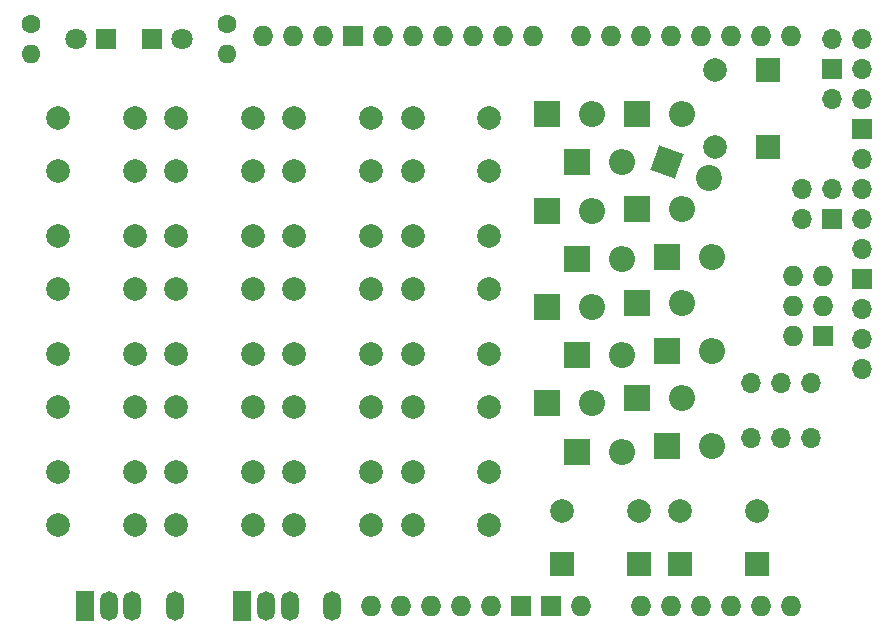
<source format=gbr>
%TF.GenerationSoftware,KiCad,Pcbnew,7.0.2-0*%
%TF.CreationDate,2023-05-27T13:50:39-05:00*%
%TF.ProjectId,CowPi-Shield,436f7750-692d-4536-9869-656c642e6b69,mk3b*%
%TF.SameCoordinates,Original*%
%TF.FileFunction,Soldermask,Top*%
%TF.FilePolarity,Negative*%
%FSLAX46Y46*%
G04 Gerber Fmt 4.6, Leading zero omitted, Abs format (unit mm)*
G04 Created by KiCad (PCBNEW 7.0.2-0) date 2023-05-27 13:50:39*
%MOMM*%
%LPD*%
G01*
G04 APERTURE LIST*
G04 Aperture macros list*
%AMHorizOval*
0 Thick line with rounded ends*
0 $1 width*
0 $2 $3 position (X,Y) of the first rounded end (center of the circle)*
0 $4 $5 position (X,Y) of the second rounded end (center of the circle)*
0 Add line between two ends*
20,1,$1,$2,$3,$4,$5,0*
0 Add two circle primitives to create the rounded ends*
1,1,$1,$2,$3*
1,1,$1,$4,$5*%
%AMRotRect*
0 Rectangle, with rotation*
0 The origin of the aperture is its center*
0 $1 length*
0 $2 width*
0 $3 Rotation angle, in degrees counterclockwise*
0 Add horizontal line*
21,1,$1,$2,0,0,$3*%
G04 Aperture macros list end*
%ADD10R,2.200000X2.200000*%
%ADD11O,2.200000X2.200000*%
%ADD12O,1.727200X1.727200*%
%ADD13R,1.727200X1.727200*%
%ADD14O,1.700000X1.700000*%
%ADD15R,1.500000X2.500000*%
%ADD16O,1.500000X2.500000*%
%ADD17R,2.000000X2.000000*%
%ADD18C,2.000000*%
%ADD19R,1.800000X1.800000*%
%ADD20C,1.800000*%
%ADD21R,1.700000X1.700000*%
%ADD22C,1.600000*%
%ADD23O,1.600000X1.600000*%
%ADD24RotRect,2.200000X2.200000X340.000000*%
%ADD25HorizOval,2.200000X0.000000X0.000000X0.000000X0.000000X0*%
G04 APERTURE END LIST*
D10*
%TO.C,D11*%
X150340000Y-104770000D03*
D11*
X154150000Y-104770000D03*
%TD*%
D10*
%TO.C,D4*%
X142720000Y-113250000D03*
D11*
X146530000Y-113250000D03*
%TD*%
D12*
%TO.C,XA1*%
X127884000Y-130384237D03*
X135504000Y-130384237D03*
X138044000Y-130384237D03*
X166111000Y-102444237D03*
X150744000Y-130384237D03*
X153284000Y-130384237D03*
X155824000Y-130384237D03*
X158364000Y-130384237D03*
X160904000Y-130384237D03*
X163444000Y-130384237D03*
X123820000Y-82124237D03*
X163444000Y-82124237D03*
X160904000Y-82124237D03*
X158364000Y-82124237D03*
X155824000Y-82124237D03*
X153284000Y-82124237D03*
X150744000Y-82124237D03*
X148204000Y-82124237D03*
X145664000Y-82124237D03*
X141600000Y-82124237D03*
X139060000Y-82124237D03*
X136520000Y-82124237D03*
X133980000Y-82124237D03*
X131440000Y-82124237D03*
X128900000Y-82124237D03*
D13*
X126360000Y-82124237D03*
X140584000Y-130384237D03*
X143124000Y-130384237D03*
X166111000Y-107524237D03*
D12*
X130424000Y-130384237D03*
X163571000Y-102444237D03*
X166111000Y-104984237D03*
X132964000Y-130384237D03*
X163571000Y-107524237D03*
X163571000Y-104984237D03*
X118740000Y-82124237D03*
X121280000Y-82124237D03*
X145664000Y-130384237D03*
%TD*%
D10*
%TO.C,D7*%
X145260000Y-109170000D03*
D11*
X149070000Y-109170000D03*
%TD*%
D14*
%TO.C,JP1*%
X160000000Y-116210000D03*
X162540000Y-116210000D03*
X165080000Y-116210000D03*
%TD*%
D15*
%TO.C,SW21*%
X116956870Y-130410000D03*
D16*
X118956870Y-130410000D03*
X120956870Y-130410000D03*
X124576870Y-130410000D03*
%TD*%
D17*
%TO.C,SW17*%
X150500000Y-126870000D03*
X144000000Y-126870000D03*
D18*
X150500000Y-122370000D03*
X144000000Y-122370000D03*
%TD*%
D10*
%TO.C,D16*%
X152880000Y-116850000D03*
D11*
X156690000Y-116850000D03*
%TD*%
D19*
%TO.C,D17*%
X105390000Y-82420000D03*
D20*
X102850000Y-82420000D03*
%TD*%
D18*
%TO.C,2*%
X117870000Y-93560000D03*
X111370000Y-93560000D03*
X111370000Y-89060000D03*
X117870000Y-89060000D03*
%TD*%
%TO.C,SW18*%
X154000000Y-122370000D03*
X160500000Y-122370000D03*
D17*
X154000000Y-126870000D03*
X160500000Y-126870000D03*
%TD*%
D10*
%TO.C,D1*%
X142720000Y-88770000D03*
D11*
X146530000Y-88770000D03*
%TD*%
D18*
%TO.C,8*%
X117870000Y-113560000D03*
X111370000Y-113560000D03*
X111370000Y-109060000D03*
X117870000Y-109060000D03*
%TD*%
%TO.C,9*%
X127870000Y-113560000D03*
X121370000Y-113560000D03*
X121370000Y-109060000D03*
X127870000Y-109060000D03*
%TD*%
D10*
%TO.C,D9*%
X150340000Y-88770000D03*
D11*
X154150000Y-88770000D03*
%TD*%
D18*
%TO.C,4*%
X107870000Y-103560000D03*
X101370000Y-103560000D03*
X101370000Y-99060000D03*
X107870000Y-99060000D03*
%TD*%
D21*
%TO.C,J3*%
X169405000Y-90020000D03*
D14*
X169405000Y-92560000D03*
%TD*%
D18*
%TO.C,#*%
X127870000Y-123560000D03*
X121370000Y-123560000D03*
X121370000Y-119060000D03*
X127870000Y-119060000D03*
%TD*%
%TO.C,0*%
X117870000Y-123560000D03*
X111370000Y-123560000D03*
X111370000Y-119060000D03*
X117870000Y-119060000D03*
%TD*%
D15*
%TO.C,SW20*%
X103656449Y-130410000D03*
D16*
X105656449Y-130410000D03*
X107656449Y-130410000D03*
X111276449Y-130410000D03*
%TD*%
D10*
%TO.C,D10*%
X150340000Y-96770000D03*
D11*
X154150000Y-96770000D03*
%TD*%
D10*
%TO.C,D8*%
X145260000Y-117330000D03*
D11*
X149070000Y-117330000D03*
%TD*%
D10*
%TO.C,D3*%
X142720000Y-105090000D03*
D11*
X146530000Y-105090000D03*
%TD*%
D18*
%TO.C,A*%
X137870000Y-93560000D03*
X131370000Y-93560000D03*
X131370000Y-89060000D03*
X137870000Y-89060000D03*
%TD*%
%TO.C,B*%
X137870000Y-103560000D03*
X131370000Y-103560000D03*
X131370000Y-99060000D03*
X137870000Y-99060000D03*
%TD*%
D10*
%TO.C,D2*%
X142720000Y-96930000D03*
D11*
X146530000Y-96930000D03*
%TD*%
D22*
%TO.C,R*%
X99040000Y-81150000D03*
D23*
X99040000Y-83690000D03*
%TD*%
D14*
%TO.C,J1*%
X169425000Y-82400000D03*
X166885000Y-82400000D03*
X169425000Y-84940000D03*
D21*
X166885000Y-84940000D03*
D14*
X169425000Y-87480000D03*
X166885000Y-87480000D03*
%TD*%
%TO.C,JP2*%
X160000000Y-111560000D03*
X162540000Y-111560000D03*
X165080000Y-111560000D03*
%TD*%
D18*
%TO.C,\u002A*%
X107870000Y-123560000D03*
X101370000Y-123560000D03*
X101370000Y-119060000D03*
X107870000Y-119060000D03*
%TD*%
D19*
%TO.C,D18*%
X109300000Y-82420000D03*
D20*
X111840000Y-82420000D03*
%TD*%
D18*
%TO.C,D*%
X137870000Y-123560000D03*
X131370000Y-123560000D03*
X131370000Y-119060000D03*
X137870000Y-119060000D03*
%TD*%
D22*
%TO.C,R*%
X115650000Y-81150000D03*
D23*
X115650000Y-83690000D03*
%TD*%
D18*
%TO.C,5*%
X117870000Y-103560000D03*
X111370000Y-103560000D03*
X111370000Y-99060000D03*
X117870000Y-99060000D03*
%TD*%
%TO.C,6*%
X127870000Y-103560000D03*
X121370000Y-103560000D03*
X121370000Y-99060000D03*
X127870000Y-99060000D03*
%TD*%
D14*
%TO.C,J4*%
X169405000Y-100180000D03*
D21*
X169405000Y-102720000D03*
D14*
X169405000Y-105260000D03*
X169405000Y-107800000D03*
X169405000Y-110340000D03*
%TD*%
D24*
%TO.C,D13*%
X152880000Y-92850000D03*
D25*
X156460229Y-94153097D03*
%TD*%
D10*
%TO.C,D6*%
X145260000Y-101010000D03*
D11*
X149070000Y-101010000D03*
%TD*%
D10*
%TO.C,D12*%
X150340000Y-112770000D03*
D11*
X154150000Y-112770000D03*
%TD*%
D17*
%TO.C,RESET*%
X161480000Y-85020000D03*
X161480000Y-91520000D03*
D18*
X156980000Y-91520000D03*
X156980000Y-85020000D03*
%TD*%
D10*
%TO.C,D14*%
X152880000Y-100850000D03*
D11*
X156690000Y-100850000D03*
%TD*%
D18*
%TO.C,3*%
X127870000Y-93560000D03*
X121370000Y-93560000D03*
X121370000Y-89060000D03*
X127870000Y-89060000D03*
%TD*%
%TO.C,C*%
X137870000Y-113560000D03*
X131370000Y-113560000D03*
X131370000Y-109060000D03*
X137870000Y-109060000D03*
%TD*%
%TO.C,1*%
X107870000Y-93560000D03*
X101370000Y-93560000D03*
X101370000Y-89060000D03*
X107870000Y-89060000D03*
%TD*%
%TO.C,7*%
X107870000Y-113560000D03*
X101370000Y-113560000D03*
X101370000Y-109060000D03*
X107870000Y-109060000D03*
%TD*%
D10*
%TO.C,D15*%
X152880000Y-108850000D03*
D11*
X156690000Y-108850000D03*
%TD*%
D14*
%TO.C,J2*%
X164325000Y-95100000D03*
X164325000Y-97640000D03*
X166865000Y-95100000D03*
D21*
X166865000Y-97640000D03*
D14*
X169405000Y-95100000D03*
X169405000Y-97640000D03*
%TD*%
D10*
%TO.C,D5*%
X145260000Y-92850000D03*
D11*
X149070000Y-92850000D03*
%TD*%
M02*

</source>
